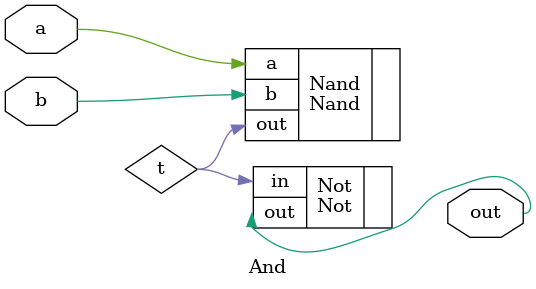
<source format=v>
module And (
  input wire a, b,
  output wire out
);

wire t;

Nand Nand(.a(a), .b(b), .out(t));
Not Not(.in(t), .out(out));

endmodule

</source>
